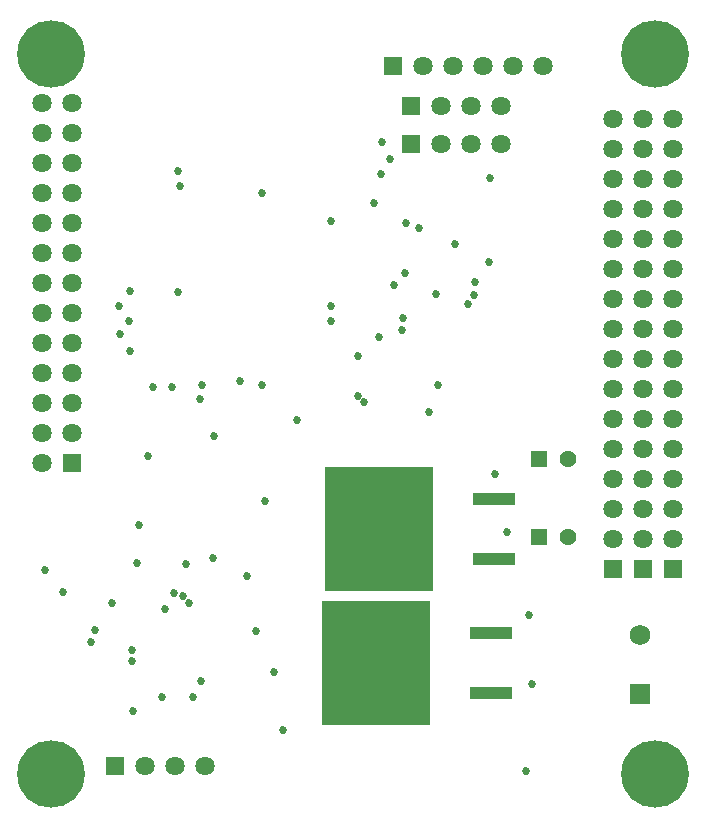
<source format=gbs>
G04*
G04 #@! TF.GenerationSoftware,Altium Limited,Altium Designer,20.1.12 (249)*
G04*
G04 Layer_Color=16711935*
%FSLAX25Y25*%
%MOIN*%
G70*
G04*
G04 #@! TF.SameCoordinates,D1749837-0096-4F70-BC88-1939EB490A75*
G04*
G04*
G04 #@! TF.FilePolarity,Negative*
G04*
G01*
G75*
%ADD90C,0.05618*%
%ADD91R,0.05618X0.05618*%
%ADD92C,0.06406*%
%ADD93R,0.06406X0.06406*%
%ADD94R,0.06406X0.06406*%
%ADD95C,0.06799*%
%ADD96R,0.06799X0.06799*%
%ADD97C,0.22500*%
%ADD98C,0.02700*%
%ADD114R,0.14279X0.04240*%
%ADD115R,0.35933X0.41248*%
D90*
X309000Y192000D02*
D03*
Y218000D02*
D03*
D91*
X299158Y192000D02*
D03*
Y218000D02*
D03*
D92*
X300500Y349000D02*
D03*
X290500D02*
D03*
X280500D02*
D03*
X270500D02*
D03*
X260500D02*
D03*
X344079Y331035D02*
D03*
Y321035D02*
D03*
Y311035D02*
D03*
Y301035D02*
D03*
Y291035D02*
D03*
Y281035D02*
D03*
Y271035D02*
D03*
Y261035D02*
D03*
Y251035D02*
D03*
Y241035D02*
D03*
Y231035D02*
D03*
Y221035D02*
D03*
Y211035D02*
D03*
Y201035D02*
D03*
Y191035D02*
D03*
X334079Y331035D02*
D03*
Y321035D02*
D03*
Y311035D02*
D03*
Y301035D02*
D03*
Y291035D02*
D03*
Y281035D02*
D03*
Y271035D02*
D03*
Y261035D02*
D03*
Y251035D02*
D03*
Y241035D02*
D03*
Y231035D02*
D03*
Y221035D02*
D03*
Y211035D02*
D03*
Y201035D02*
D03*
Y191035D02*
D03*
X324079Y331035D02*
D03*
Y321035D02*
D03*
Y311035D02*
D03*
Y301035D02*
D03*
Y291035D02*
D03*
Y281035D02*
D03*
Y271035D02*
D03*
Y261035D02*
D03*
Y251035D02*
D03*
Y241035D02*
D03*
Y231035D02*
D03*
Y221035D02*
D03*
Y211035D02*
D03*
Y201035D02*
D03*
Y191035D02*
D03*
X266500Y335500D02*
D03*
X276500D02*
D03*
X286500D02*
D03*
X133500Y216500D02*
D03*
X143500Y226500D02*
D03*
X133500D02*
D03*
X143500Y236500D02*
D03*
X133500D02*
D03*
X143500Y246500D02*
D03*
X133500D02*
D03*
X143500Y256500D02*
D03*
X133500D02*
D03*
X143500Y266500D02*
D03*
X133500D02*
D03*
X143500Y276500D02*
D03*
X133500D02*
D03*
X143500Y286500D02*
D03*
X133500D02*
D03*
X143500Y296500D02*
D03*
X133500D02*
D03*
X143500Y306500D02*
D03*
X133500D02*
D03*
X143500Y316500D02*
D03*
X133500D02*
D03*
X143500Y326500D02*
D03*
X133500D02*
D03*
X143500Y336500D02*
D03*
X133500D02*
D03*
X188000Y115500D02*
D03*
X178000D02*
D03*
X168000D02*
D03*
X286500Y323000D02*
D03*
X276500D02*
D03*
X266500D02*
D03*
D93*
X250500Y349000D02*
D03*
X256500Y335500D02*
D03*
X158000Y115500D02*
D03*
X256500Y323000D02*
D03*
D94*
X344079Y181035D02*
D03*
X334079D02*
D03*
X324079D02*
D03*
X143500Y216500D02*
D03*
D95*
X333000Y159343D02*
D03*
D96*
Y139657D02*
D03*
D97*
X338000Y113000D02*
D03*
Y353000D02*
D03*
X136500D02*
D03*
Y113000D02*
D03*
D98*
X262500Y233500D02*
D03*
X265500Y242500D02*
D03*
X277500Y272500D02*
D03*
X275500Y269500D02*
D03*
X179500Y309000D02*
D03*
X163000Y254000D02*
D03*
X159500Y259500D02*
D03*
X246500Y313000D02*
D03*
X246041Y258574D02*
D03*
X187000Y242500D02*
D03*
X207000D02*
D03*
X230000Y264000D02*
D03*
X199500Y243858D02*
D03*
X239000Y252163D02*
D03*
X186265Y237735D02*
D03*
X159290Y268983D02*
D03*
X179090Y313981D02*
D03*
X244454Y303167D02*
D03*
X253500Y261000D02*
D03*
X177000Y242000D02*
D03*
X179000Y273500D02*
D03*
X229975Y297025D02*
D03*
X163000Y274000D02*
D03*
X230000Y269000D02*
D03*
X162500Y264000D02*
D03*
X207000Y306500D02*
D03*
X259250Y295000D02*
D03*
X255058Y296442D02*
D03*
X271400Y289651D02*
D03*
X278000Y277000D02*
D03*
X177791Y173208D02*
D03*
X174500Y168000D02*
D03*
X163762Y154148D02*
D03*
X182587Y170000D02*
D03*
X163630Y150606D02*
D03*
X180735Y172265D02*
D03*
X170500Y242000D02*
D03*
X166000Y196000D02*
D03*
X169000Y219000D02*
D03*
X157000Y170000D02*
D03*
X140500Y173500D02*
D03*
X190500Y185000D02*
D03*
X181500Y183000D02*
D03*
X246920Y323594D02*
D03*
X249500Y318000D02*
D03*
X134500Y181000D02*
D03*
X283022Y311522D02*
D03*
X164000Y134000D02*
D03*
X282500Y283500D02*
D03*
X284500Y213000D02*
D03*
X288500Y193500D02*
D03*
X296000Y166000D02*
D03*
X297000Y143000D02*
D03*
X295000Y114000D02*
D03*
X251000Y276000D02*
D03*
X254000Y265000D02*
D03*
X254737Y279989D02*
D03*
X264988Y273012D02*
D03*
X239000Y239000D02*
D03*
X218500Y230973D02*
D03*
X191000Y225500D02*
D03*
X208000Y204000D02*
D03*
X241100Y237000D02*
D03*
X202000Y179000D02*
D03*
X165405Y183240D02*
D03*
X150130Y156893D02*
D03*
X173500Y138500D02*
D03*
X211031Y146978D02*
D03*
X186541Y143710D02*
D03*
X205000Y160500D02*
D03*
X214000Y127500D02*
D03*
X184000Y138500D02*
D03*
X151296Y160875D02*
D03*
D114*
X283386Y160000D02*
D03*
Y140000D02*
D03*
X284386Y204500D02*
D03*
Y184500D02*
D03*
D115*
X245000Y150000D02*
D03*
X246000Y194500D02*
D03*
M02*

</source>
